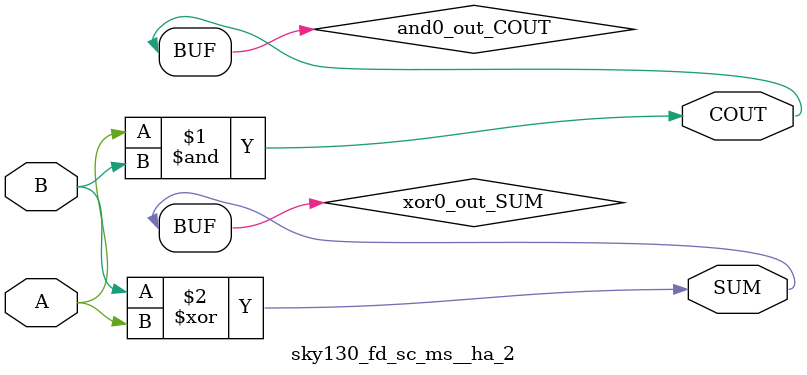
<source format=v>
/*
 * Copyright 2020 The SkyWater PDK Authors
 *
 * Licensed under the Apache License, Version 2.0 (the "License");
 * you may not use this file except in compliance with the License.
 * You may obtain a copy of the License at
 *
 *     https://www.apache.org/licenses/LICENSE-2.0
 *
 * Unless required by applicable law or agreed to in writing, software
 * distributed under the License is distributed on an "AS IS" BASIS,
 * WITHOUT WARRANTIES OR CONDITIONS OF ANY KIND, either express or implied.
 * See the License for the specific language governing permissions and
 * limitations under the License.
 *
 * SPDX-License-Identifier: Apache-2.0
*/


`ifndef SKY130_FD_SC_MS__HA_2_FUNCTIONAL_V
`define SKY130_FD_SC_MS__HA_2_FUNCTIONAL_V

/**
 * ha: Half adder.
 *
 * Verilog simulation functional model.
 */

`timescale 1ns / 1ps
`default_nettype none

`celldefine
module sky130_fd_sc_ms__ha_2 (
    COUT,
    SUM ,
    A   ,
    B
);

    // Module ports
    output COUT;
    output SUM ;
    input  A   ;
    input  B   ;

    // Local signals
    wire and0_out_COUT;
    wire xor0_out_SUM ;

    //  Name  Output         Other arguments
    and and0 (and0_out_COUT, A, B           );
    buf buf0 (COUT         , and0_out_COUT  );
    xor xor0 (xor0_out_SUM , B, A           );
    buf buf1 (SUM          , xor0_out_SUM   );

endmodule
`endcelldefine

`default_nettype wire
`endif  // SKY130_FD_SC_MS__HA_2_FUNCTIONAL_V

</source>
